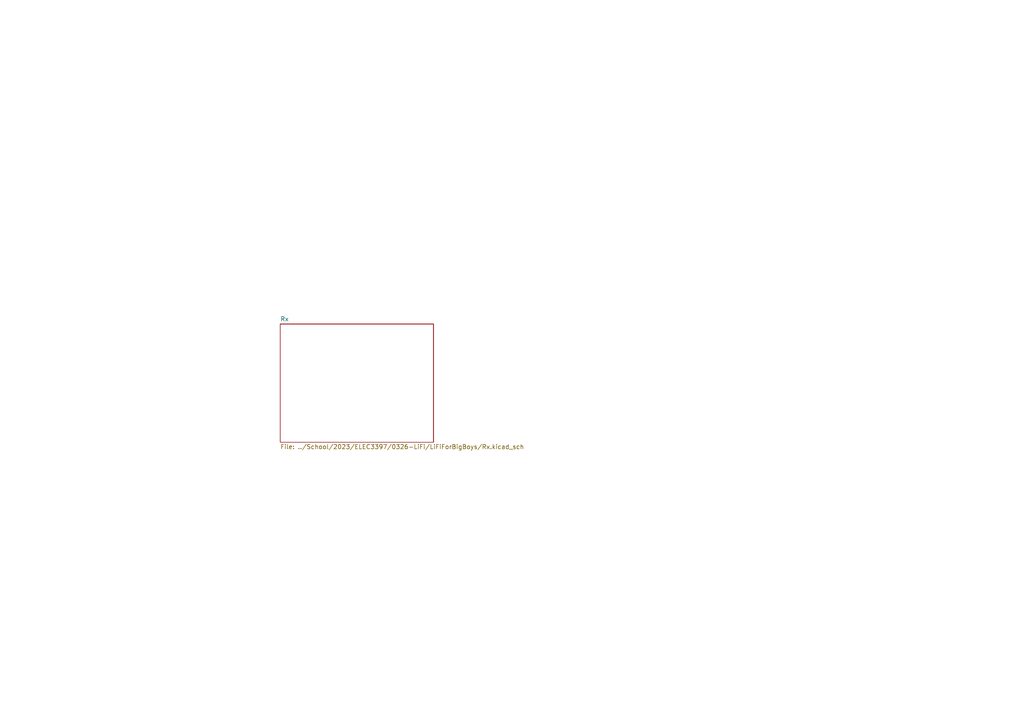
<source format=kicad_sch>
(kicad_sch (version 20211123) (generator eeschema)

  (uuid d2f0f152-3ce1-4938-b5c5-265fc9a09682)

  (paper "A4")

  (lib_symbols
  )


  (sheet (at 81.28 93.98) (size 44.45 34.29) (fields_autoplaced)
    (stroke (width 0.1524) (type solid) (color 0 0 0 0))
    (fill (color 0 0 0 0.0000))
    (uuid 672dd101-4e12-4222-8a74-6eb310f98356)
    (property "Sheet name" "Rx" (id 0) (at 81.28 93.2684 0)
      (effects (font (size 1.27 1.27)) (justify left bottom))
    )
    (property "Sheet file" "../School/2023/ELEC3397/0326-LiFi/LiFiForBigBoys/Rx.kicad_sch" (id 1) (at 81.28 128.8546 0)
      (effects (font (size 1.27 1.27)) (justify left top))
    )
  )

  (sheet_instances
    (path "/" (page "1"))
    (path "/672dd101-4e12-4222-8a74-6eb310f98356" (page "2"))
  )

  (symbol_instances
    (path "/672dd101-4e12-4222-8a74-6eb310f98356/bd8708c6-3dd2-47e5-a4df-d59058d864d6"
      (reference "#PWR01") (unit 1) (value "GND0") (footprint "")
    )
    (path "/672dd101-4e12-4222-8a74-6eb310f98356/a187a73f-0b51-4bb5-b250-d46d410c35fd"
      (reference "#PWR02") (unit 1) (value "GND1") (footprint "")
    )
    (path "/672dd101-4e12-4222-8a74-6eb310f98356/58a24c74-afae-4b8b-8c6a-1962c5faf51b"
      (reference "#PWR03") (unit 1) (value "GND1") (footprint "")
    )
    (path "/672dd101-4e12-4222-8a74-6eb310f98356/1a108117-7476-4657-87ee-6eac5d0dd50a"
      (reference "#PWR04") (unit 1) (value "GND0") (footprint "")
    )
    (path "/672dd101-4e12-4222-8a74-6eb310f98356/d8d32d69-04e0-4a1e-a74d-3862b3af8f63"
      (reference "#PWR05") (unit 1) (value "GND0") (footprint "")
    )
    (path "/672dd101-4e12-4222-8a74-6eb310f98356/245ae657-8fce-4eaf-a135-660f15881119"
      (reference "#PWR06") (unit 1) (value "GND0") (footprint "")
    )
    (path "/672dd101-4e12-4222-8a74-6eb310f98356/0b4251f7-9ec5-4bff-b4ea-ef803fd0e6a2"
      (reference "#PWR07") (unit 1) (value "GND1") (footprint "")
    )
    (path "/672dd101-4e12-4222-8a74-6eb310f98356/65035ef6-d604-4166-bbfb-5199d4a5727c"
      (reference "#PWR08") (unit 1) (value "GND1") (footprint "")
    )
    (path "/672dd101-4e12-4222-8a74-6eb310f98356/1c51e656-5273-472c-b6ea-033b3568eaba"
      (reference "#PWR09") (unit 1) (value "GND0") (footprint "")
    )
    (path "/672dd101-4e12-4222-8a74-6eb310f98356/ca015545-5c24-4bca-a1d6-82e4865f61bd"
      (reference "#PWR010") (unit 1) (value "GND1") (footprint "")
    )
    (path "/672dd101-4e12-4222-8a74-6eb310f98356/5d31b1a0-a209-4237-be3c-8b4faa040e36"
      (reference "#PWR011") (unit 1) (value "GND0") (footprint "")
    )
    (path "/672dd101-4e12-4222-8a74-6eb310f98356/1f72bdae-2de7-4948-9ccd-74c8826a0a24"
      (reference "#PWR012") (unit 1) (value "GND1") (footprint "")
    )
    (path "/672dd101-4e12-4222-8a74-6eb310f98356/b25d2efe-5f95-49bd-939f-6c18b989bab9"
      (reference "#PWR013") (unit 1) (value "GND0") (footprint "")
    )
    (path "/672dd101-4e12-4222-8a74-6eb310f98356/2cb1ff34-5693-4f9d-854b-ece54712a20c"
      (reference "#PWR014") (unit 1) (value "GND1") (footprint "")
    )
    (path "/672dd101-4e12-4222-8a74-6eb310f98356/b845b104-0bdf-46b0-9b05-77ce958119d7"
      (reference "#PWR015") (unit 1) (value "+5V0") (footprint "")
    )
    (path "/672dd101-4e12-4222-8a74-6eb310f98356/ddbd5eb1-c920-44ce-9a42-7c37d642dfdc"
      (reference "#PWR016") (unit 1) (value "GND0") (footprint "")
    )
    (path "/672dd101-4e12-4222-8a74-6eb310f98356/93fa3ffc-d6e7-42de-840b-6aca48ec7ae7"
      (reference "#PWR017") (unit 1) (value "+5V1") (footprint "")
    )
    (path "/672dd101-4e12-4222-8a74-6eb310f98356/e470bf6b-9650-4d97-aebf-1070dc213caf"
      (reference "#PWR018") (unit 1) (value "GND1") (footprint "")
    )
    (path "/672dd101-4e12-4222-8a74-6eb310f98356/bff48c72-551a-4e4a-b40e-90b3ed23b724"
      (reference "#PWR019") (unit 1) (value "+5V0") (footprint "")
    )
    (path "/672dd101-4e12-4222-8a74-6eb310f98356/741d7c6a-f10f-423f-a0e9-182725bc09cf"
      (reference "#PWR020") (unit 1) (value "+5V1") (footprint "")
    )
    (path "/672dd101-4e12-4222-8a74-6eb310f98356/ba4d20fe-6d6e-4586-9d2b-f8948019cc60"
      (reference "#PWR021") (unit 1) (value "GND0") (footprint "")
    )
    (path "/672dd101-4e12-4222-8a74-6eb310f98356/b4a517cb-eb1a-4797-9128-f0b3ee392f2a"
      (reference "#PWR022") (unit 1) (value "GND1") (footprint "")
    )
    (path "/672dd101-4e12-4222-8a74-6eb310f98356/6a8b76d9-392f-4a8a-a4df-7f3ccc8d9c99"
      (reference "#PWR023") (unit 1) (value "GND0") (footprint "")
    )
    (path "/672dd101-4e12-4222-8a74-6eb310f98356/14c11092-2108-494a-a6c6-f29226edc147"
      (reference "#PWR024") (unit 1) (value "GND1") (footprint "")
    )
    (path "/672dd101-4e12-4222-8a74-6eb310f98356/d60253c5-7ba4-4ae6-9992-21599cfdb809"
      (reference "#PWR025") (unit 1) (value "GND0") (footprint "")
    )
    (path "/672dd101-4e12-4222-8a74-6eb310f98356/2c2e9c6f-82c6-4822-ad26-2aaa560febea"
      (reference "#PWR026") (unit 1) (value "GND1") (footprint "")
    )
    (path "/672dd101-4e12-4222-8a74-6eb310f98356/1bbc6dab-8302-4bb8-bd2d-4ebfe4d13862"
      (reference "#PWR027") (unit 1) (value "GND0") (footprint "")
    )
    (path "/672dd101-4e12-4222-8a74-6eb310f98356/d80b6b14-ef96-4898-82f9-b6ac7c5e0560"
      (reference "#PWR028") (unit 1) (value "GND1") (footprint "")
    )
    (path "/672dd101-4e12-4222-8a74-6eb310f98356/3306add0-9e16-4b64-8a4c-0d998c175050"
      (reference "#PWR029") (unit 1) (value "+5V0") (footprint "")
    )
    (path "/672dd101-4e12-4222-8a74-6eb310f98356/8d473a68-b978-4626-9808-f205e5d0df3e"
      (reference "#PWR030") (unit 1) (value "+5V1") (footprint "")
    )
    (path "/672dd101-4e12-4222-8a74-6eb310f98356/ad6d855f-03fd-4dd7-af0e-28d5cba1d469"
      (reference "#PWR031") (unit 1) (value "GND0") (footprint "")
    )
    (path "/672dd101-4e12-4222-8a74-6eb310f98356/17d8729d-3224-4d82-ac49-2a42ad5cb6c1"
      (reference "#PWR032") (unit 1) (value "GND1") (footprint "")
    )
    (path "/672dd101-4e12-4222-8a74-6eb310f98356/d9d8e3b8-75af-4a4b-a12e-38fca35f05fb"
      (reference "#PWR033") (unit 1) (value "GND0") (footprint "")
    )
    (path "/672dd101-4e12-4222-8a74-6eb310f98356/09fb4c71-cdb8-429f-8073-9a4f2a257fa6"
      (reference "#PWR034") (unit 1) (value "GND1") (footprint "")
    )
    (path "/672dd101-4e12-4222-8a74-6eb310f98356/c1def77a-54ad-404a-b7cb-1526e4048e7d"
      (reference "#PWR035") (unit 1) (value "GND0") (footprint "")
    )
    (path "/672dd101-4e12-4222-8a74-6eb310f98356/2569aaa3-d1f8-4072-ab52-120eea64f040"
      (reference "#PWR036") (unit 1) (value "GND1") (footprint "")
    )
    (path "/672dd101-4e12-4222-8a74-6eb310f98356/ffd5a03c-b6dd-4a35-b6ea-58672552b469"
      (reference "#PWR037") (unit 1) (value "GND0") (footprint "")
    )
    (path "/672dd101-4e12-4222-8a74-6eb310f98356/e1e2f3e2-53f2-45d5-af46-2d494982a8fa"
      (reference "#PWR038") (unit 1) (value "GND1") (footprint "")
    )
    (path "/672dd101-4e12-4222-8a74-6eb310f98356/63d2262f-c474-4e45-87ba-de5b5b5c77d0"
      (reference "#PWR039") (unit 1) (value "+5V0") (footprint "")
    )
    (path "/672dd101-4e12-4222-8a74-6eb310f98356/cc9efa41-cadd-4ae5-b96d-32cb4f2546cc"
      (reference "#PWR040") (unit 1) (value "GND0") (footprint "")
    )
    (path "/672dd101-4e12-4222-8a74-6eb310f98356/c157720e-54c2-4112-a379-54e272042a11"
      (reference "#PWR041") (unit 1) (value "+5V1") (footprint "")
    )
    (path "/672dd101-4e12-4222-8a74-6eb310f98356/8f1bc50c-17fb-4f37-92b7-f12223609646"
      (reference "#PWR042") (unit 1) (value "GND1") (footprint "")
    )
    (path "/672dd101-4e12-4222-8a74-6eb310f98356/1bfa76d4-5b42-48bc-a567-87ddf017421d"
      (reference "#PWR043") (unit 1) (value "+5V0") (footprint "")
    )
    (path "/672dd101-4e12-4222-8a74-6eb310f98356/4ac0d795-ce2e-4c35-8a2e-1a213f69952a"
      (reference "#PWR044") (unit 1) (value "GND0") (footprint "")
    )
    (path "/672dd101-4e12-4222-8a74-6eb310f98356/e8f2e4d1-9db7-4705-ad11-d8a04ba1e0ec"
      (reference "#PWR045") (unit 1) (value "+5V1") (footprint "")
    )
    (path "/672dd101-4e12-4222-8a74-6eb310f98356/fbe1b7c2-a434-4dbd-ac35-56df38ff0170"
      (reference "#PWR046") (unit 1) (value "GND1") (footprint "")
    )
    (path "/672dd101-4e12-4222-8a74-6eb310f98356/f86fca5d-2422-4b0b-b84f-31a34d71df31"
      (reference "#PWR047") (unit 1) (value "+5V0") (footprint "")
    )
    (path "/672dd101-4e12-4222-8a74-6eb310f98356/e34fbb4f-7ff3-4126-b69a-ff0e4bf460fb"
      (reference "#PWR048") (unit 1) (value "GND0") (footprint "")
    )
    (path "/672dd101-4e12-4222-8a74-6eb310f98356/22105913-4e77-4015-96aa-9df81b1c86e4"
      (reference "#PWR049") (unit 1) (value "+5V0") (footprint "")
    )
    (path "/672dd101-4e12-4222-8a74-6eb310f98356/6a4b36e2-8845-4e77-af94-9d498f622057"
      (reference "#PWR050") (unit 1) (value "GND0") (footprint "")
    )
    (path "/672dd101-4e12-4222-8a74-6eb310f98356/51d56ab7-f627-42df-bde3-ea6262266535"
      (reference "#PWR051") (unit 1) (value "+5V1") (footprint "")
    )
    (path "/672dd101-4e12-4222-8a74-6eb310f98356/5c9051b0-06d0-4da9-8491-bc5570244e6c"
      (reference "#PWR052") (unit 1) (value "GND1") (footprint "")
    )
    (path "/672dd101-4e12-4222-8a74-6eb310f98356/2f4ee52a-46b0-4e2e-ad08-2545b98816f8"
      (reference "#PWR053") (unit 1) (value "GND0") (footprint "")
    )
    (path "/672dd101-4e12-4222-8a74-6eb310f98356/94e10084-12f1-4030-b5a5-00d24bab7122"
      (reference "#PWR054") (unit 1) (value "+5V0") (footprint "")
    )
    (path "/672dd101-4e12-4222-8a74-6eb310f98356/335369c9-270a-4ce8-80a1-2a84c4d848d5"
      (reference "#PWR055") (unit 1) (value "GND0") (footprint "")
    )
    (path "/672dd101-4e12-4222-8a74-6eb310f98356/5fcee8c0-1dde-4076-84b7-79fd7ba4f928"
      (reference "#PWR056") (unit 1) (value "+5V0") (footprint "")
    )
    (path "/672dd101-4e12-4222-8a74-6eb310f98356/08927133-2c7d-444c-8e96-b5ba37d742a8"
      (reference "#PWR057") (unit 1) (value "GND0") (footprint "")
    )
    (path "/672dd101-4e12-4222-8a74-6eb310f98356/754e990e-1f66-4ebb-9181-3ecfdecff753"
      (reference "#PWR058") (unit 1) (value "GND1") (footprint "")
    )
    (path "/672dd101-4e12-4222-8a74-6eb310f98356/61dce3ff-d8fb-44dd-b895-3aa9eede7bef"
      (reference "#PWR059") (unit 1) (value "GND0") (footprint "")
    )
    (path "/672dd101-4e12-4222-8a74-6eb310f98356/c8b94353-a2c8-4acc-8e7e-5ad30121b075"
      (reference "#PWR060") (unit 1) (value "+5V1") (footprint "")
    )
    (path "/672dd101-4e12-4222-8a74-6eb310f98356/0fbda988-9bdc-428f-b5ff-92e1553e1594"
      (reference "#PWR061") (unit 1) (value "GND1") (footprint "")
    )
    (path "/672dd101-4e12-4222-8a74-6eb310f98356/3edecf12-e82f-49ba-9adb-01d256a31e02"
      (reference "#PWR062") (unit 1) (value "GND1") (footprint "")
    )
    (path "/672dd101-4e12-4222-8a74-6eb310f98356/c13bb059-2f44-463f-8786-616668bdfb40"
      (reference "#PWR063") (unit 1) (value "+5V0") (footprint "")
    )
    (path "/672dd101-4e12-4222-8a74-6eb310f98356/c320e926-22f9-4108-a0c5-7e7ba3f5c3e8"
      (reference "#PWR064") (unit 1) (value "GND0") (footprint "")
    )
    (path "/672dd101-4e12-4222-8a74-6eb310f98356/e27cbbb6-c46d-4457-8ebc-0bd6176de9b5"
      (reference "#PWR065") (unit 1) (value "GND1") (footprint "")
    )
    (path "/672dd101-4e12-4222-8a74-6eb310f98356/37f98189-ee91-482f-8c9b-d61a34936b59"
      (reference "#PWR066") (unit 1) (value "+5V1") (footprint "")
    )
    (path "/672dd101-4e12-4222-8a74-6eb310f98356/f75af7cf-41ea-4022-9ad8-c48880a5edff"
      (reference "C1") (unit 1) (value "10µF") (footprint "")
    )
    (path "/672dd101-4e12-4222-8a74-6eb310f98356/3e7dfc7a-f83b-424d-a8fb-500accee151d"
      (reference "C2") (unit 1) (value "10µF") (footprint "")
    )
    (path "/672dd101-4e12-4222-8a74-6eb310f98356/af9a7193-56e8-4fe8-bec1-4d1c8c6dc0c5"
      (reference "C3") (unit 1) (value "100nF") (footprint "")
    )
    (path "/672dd101-4e12-4222-8a74-6eb310f98356/47553869-1438-485f-9874-fc0ef2ffb1c0"
      (reference "C4") (unit 1) (value "100nF") (footprint "")
    )
    (path "/672dd101-4e12-4222-8a74-6eb310f98356/792a7644-2453-498e-ae3e-97664d6896da"
      (reference "C5") (unit 1) (value "1µF") (footprint "")
    )
    (path "/672dd101-4e12-4222-8a74-6eb310f98356/bece4c61-0b19-4b3f-b4c7-318f4736fb01"
      (reference "C6") (unit 1) (value "1µF") (footprint "")
    )
    (path "/672dd101-4e12-4222-8a74-6eb310f98356/4011d4ba-3e44-4465-919e-c26d38a4de35"
      (reference "C7") (unit 1) (value "10µF") (footprint "")
    )
    (path "/672dd101-4e12-4222-8a74-6eb310f98356/5c89586d-1d36-4b16-b2bb-b4643ff0e4ca"
      (reference "C8") (unit 1) (value "10µF") (footprint "")
    )
    (path "/672dd101-4e12-4222-8a74-6eb310f98356/5bdb30e2-76e9-4abb-9197-009d3c7a9701"
      (reference "C9") (unit 1) (value "1pF") (footprint "")
    )
    (path "/672dd101-4e12-4222-8a74-6eb310f98356/e6112758-6b81-485b-a7ae-50739d48ffec"
      (reference "C10") (unit 1) (value "1pF") (footprint "")
    )
    (path "/672dd101-4e12-4222-8a74-6eb310f98356/819e3201-8584-467d-81c1-fae04176ccaf"
      (reference "C11") (unit 1) (value "100nF") (footprint "")
    )
    (path "/672dd101-4e12-4222-8a74-6eb310f98356/0f7f0de2-e7bf-409e-b47a-db45a7bf135f"
      (reference "C12") (unit 1) (value "100nF") (footprint "")
    )
    (path "/672dd101-4e12-4222-8a74-6eb310f98356/815fb707-de86-4372-8e4f-bb79413cd1bc"
      (reference "C13") (unit 1) (value "10µF") (footprint "")
    )
    (path "/672dd101-4e12-4222-8a74-6eb310f98356/164bef1e-b35b-4ced-916a-30bd54aed607"
      (reference "C14") (unit 1) (value "10µF") (footprint "")
    )
    (path "/672dd101-4e12-4222-8a74-6eb310f98356/953f0a7b-102f-453e-99c1-209c78da003d"
      (reference "C15") (unit 1) (value "100pF") (footprint "")
    )
    (path "/672dd101-4e12-4222-8a74-6eb310f98356/26f592cc-ed06-4dad-95aa-7283e822aeda"
      (reference "C16") (unit 1) (value "100pF") (footprint "")
    )
    (path "/672dd101-4e12-4222-8a74-6eb310f98356/471a9c2a-6f88-4b94-813d-64ed7852dce0"
      (reference "C17") (unit 1) (value "1µF") (footprint "")
    )
    (path "/672dd101-4e12-4222-8a74-6eb310f98356/fb4d50b4-6b68-463a-9504-44e69cf3c9b9"
      (reference "C18") (unit 1) (value "1µF") (footprint "")
    )
    (path "/672dd101-4e12-4222-8a74-6eb310f98356/026d78af-ce71-408e-896b-ca15cde33207"
      (reference "C19") (unit 1) (value "10µF") (footprint "")
    )
    (path "/672dd101-4e12-4222-8a74-6eb310f98356/121e4dbc-e6c4-49ab-bb58-4523d959a1f3"
      (reference "C20") (unit 1) (value "10µF") (footprint "")
    )
    (path "/672dd101-4e12-4222-8a74-6eb310f98356/8e04f565-a82d-4dda-ab65-ca3c48fa6321"
      (reference "C21") (unit 1) (value "1µF") (footprint "")
    )
    (path "/672dd101-4e12-4222-8a74-6eb310f98356/03ad71c2-52d1-43f3-9189-5ee06a843ffd"
      (reference "C22") (unit 1) (value "1µF") (footprint "")
    )
    (path "/672dd101-4e12-4222-8a74-6eb310f98356/e74f7a8c-9def-493d-969e-88798db1ea7d"
      (reference "C23") (unit 1) (value "2.2µF") (footprint "")
    )
    (path "/672dd101-4e12-4222-8a74-6eb310f98356/0086e706-1d3b-4b47-a82e-25f91416938a"
      (reference "C24") (unit 1) (value "2.2µF") (footprint "")
    )
    (path "/672dd101-4e12-4222-8a74-6eb310f98356/286e2eeb-0d24-4079-b3cd-6b3b5e442aa2"
      (reference "C25") (unit 1) (value "100nF") (footprint "")
    )
    (path "/672dd101-4e12-4222-8a74-6eb310f98356/48d12f63-e622-4d2a-8dd3-87827f0024c9"
      (reference "C26") (unit 1) (value "100nF") (footprint "")
    )
    (path "/672dd101-4e12-4222-8a74-6eb310f98356/59bd2321-666e-46ef-abfd-4e2e2fc04632"
      (reference "C27") (unit 1) (value "1nF") (footprint "")
    )
    (path "/672dd101-4e12-4222-8a74-6eb310f98356/9ea334eb-89b1-401f-8e7e-97c235889072"
      (reference "C28") (unit 1) (value "1nF") (footprint "")
    )
    (path "/672dd101-4e12-4222-8a74-6eb310f98356/e179211d-e9a0-408f-9733-89f7df669793"
      (reference "C29") (unit 1) (value "100nF") (footprint "")
    )
    (path "/672dd101-4e12-4222-8a74-6eb310f98356/58629616-3ca6-4188-a74e-ffa29be05f2a"
      (reference "C30") (unit 1) (value "1µF") (footprint "")
    )
    (path "/672dd101-4e12-4222-8a74-6eb310f98356/0c964eea-14db-4e52-955c-0f51599e8b68"
      (reference "C31") (unit 1) (value "100nF") (footprint "")
    )
    (path "/672dd101-4e12-4222-8a74-6eb310f98356/a7d00ffe-e501-4a35-85fc-54b0d7e8c3a2"
      (reference "C32") (unit 1) (value "1µF") (footprint "")
    )
    (path "/672dd101-4e12-4222-8a74-6eb310f98356/d59519d6-b032-4f46-9cb8-490df2d2b646"
      (reference "D1") (unit 1) (value "1N4001") (footprint "Diode_THT:D_DO-41_SOD81_P10.16mm_Horizontal")
    )
    (path "/672dd101-4e12-4222-8a74-6eb310f98356/cc763984-a851-46af-8085-b7674747992e"
      (reference "D2") (unit 1) (value "SFH_213") (footprint "XDCR_SFH_213")
    )
    (path "/672dd101-4e12-4222-8a74-6eb310f98356/80baa51b-4362-4a57-9dc8-85aea4ef0ee7"
      (reference "D3") (unit 1) (value "SFH_213") (footprint "XDCR_SFH_213")
    )
    (path "/672dd101-4e12-4222-8a74-6eb310f98356/b75cf5ab-1d45-4271-a659-05e50ad32d7b"
      (reference "D4") (unit 1) (value "LED") (footprint "")
    )
    (path "/672dd101-4e12-4222-8a74-6eb310f98356/464c4f29-bda0-4929-9c50-9a6a523183cd"
      (reference "D5") (unit 1) (value "LED") (footprint "")
    )
    (path "/672dd101-4e12-4222-8a74-6eb310f98356/07dec8ff-2570-4521-a488-06b2818af191"
      (reference "D6") (unit 1) (value "LED") (footprint "")
    )
    (path "/672dd101-4e12-4222-8a74-6eb310f98356/899f1380-7ef6-435b-8b51-d88df33bc85a"
      (reference "D7") (unit 1) (value "LED") (footprint "")
    )
    (path "/672dd101-4e12-4222-8a74-6eb310f98356/78ade747-11fe-4fef-94dc-23fa43d2b236"
      (reference "D8") (unit 1) (value "LED") (footprint "")
    )
    (path "/672dd101-4e12-4222-8a74-6eb310f98356/5f95c557-6b38-4d4b-a2c3-cd320b705b97"
      (reference "J1") (unit 1) (value "Conn_01x02_Male") (footprint "")
    )
    (path "/672dd101-4e12-4222-8a74-6eb310f98356/ac008199-3f54-4051-a08b-e37b5ac2bf60"
      (reference "J2") (unit 1) (value "I2C_OLED") (footprint "XCVR_HC-SR04")
    )
    (path "/672dd101-4e12-4222-8a74-6eb310f98356/6444ba4c-3efe-4477-a73f-d3d3ebe1a4b0"
      (reference "J3") (unit 1) (value "I2C_OLED") (footprint "XCVR_HC-SR04")
    )
    (path "/672dd101-4e12-4222-8a74-6eb310f98356/ed36d7ae-bfb2-49b0-a8a9-91d1c4ec1504"
      (reference "Q1") (unit 1) (value "2N7000") (footprint "Package_TO_SOT_THT:TO-92_Inline")
    )
    (path "/672dd101-4e12-4222-8a74-6eb310f98356/413cf8da-55d2-47ff-9f8a-ed9cdd84f499"
      (reference "Q2") (unit 1) (value "2N7000") (footprint "Package_TO_SOT_THT:TO-92_Inline")
    )
    (path "/672dd101-4e12-4222-8a74-6eb310f98356/ef5148c8-e74f-4200-9ace-a6c7208660db"
      (reference "R1") (unit 1) (value "820Ω") (footprint "")
    )
    (path "/672dd101-4e12-4222-8a74-6eb310f98356/e179fa06-fd9a-4eb1-8670-b089c40003eb"
      (reference "R2") (unit 1) (value "820Ω") (footprint "")
    )
    (path "/672dd101-4e12-4222-8a74-6eb310f98356/a5946b44-8af4-4d80-b29d-ff66239c9872"
      (reference "R3") (unit 1) (value "18kΩ") (footprint "")
    )
    (path "/672dd101-4e12-4222-8a74-6eb310f98356/8bf74c3f-3a2a-487c-81b7-817ade41fdf7"
      (reference "R4") (unit 1) (value "18kΩ") (footprint "")
    )
    (path "/672dd101-4e12-4222-8a74-6eb310f98356/c12a861e-275f-4fca-9bbc-f08ede9ae722"
      (reference "R5") (unit 1) (value "220kΩ") (footprint "")
    )
    (path "/672dd101-4e12-4222-8a74-6eb310f98356/f831a875-0333-4079-b559-ca4fc186f402"
      (reference "R6") (unit 1) (value "1MΩ") (footprint "")
    )
    (path "/672dd101-4e12-4222-8a74-6eb310f98356/bef1c3a5-a22e-41fd-aa20-7ded86be04f6"
      (reference "R7") (unit 1) (value "500kΩ") (footprint "")
    )
    (path "/672dd101-4e12-4222-8a74-6eb310f98356/d99de267-a5a3-4d0c-aa90-8195dc5d0086"
      (reference "R8") (unit 1) (value "220kΩ") (footprint "")
    )
    (path "/672dd101-4e12-4222-8a74-6eb310f98356/3e1d4220-3660-4dd4-be0a-7013bc1f45e1"
      (reference "R9") (unit 1) (value "1MΩ") (footprint "")
    )
    (path "/672dd101-4e12-4222-8a74-6eb310f98356/19fa37f3-d7e5-4b99-a65d-45f907481a1f"
      (reference "R10") (unit 1) (value "500kΩ") (footprint "")
    )
    (path "/672dd101-4e12-4222-8a74-6eb310f98356/4fbeeefa-745a-422d-b4a3-a048333797be"
      (reference "R11") (unit 1) (value "5.6kΩ") (footprint "")
    )
    (path "/672dd101-4e12-4222-8a74-6eb310f98356/e10663dd-155f-44a6-8a96-b73c589c0909"
      (reference "R12") (unit 1) (value "5.6kΩ") (footprint "")
    )
    (path "/672dd101-4e12-4222-8a74-6eb310f98356/a228ade5-aef4-4550-a23f-21e4ad4bfeb2"
      (reference "R13") (unit 1) (value "470Ω") (footprint "")
    )
    (path "/672dd101-4e12-4222-8a74-6eb310f98356/641c049a-3c56-4606-bc1b-2d56252cb13f"
      (reference "R14") (unit 1) (value "470Ω") (footprint "")
    )
    (path "/672dd101-4e12-4222-8a74-6eb310f98356/f93f8835-df85-4159-9868-19b13587aa48"
      (reference "R15") (unit 1) (value "220Ω") (footprint "")
    )
    (path "/672dd101-4e12-4222-8a74-6eb310f98356/5dc2d3ba-3872-463d-a25b-c2795bf4604d"
      (reference "R16") (unit 1) (value "220Ω") (footprint "")
    )
    (path "/672dd101-4e12-4222-8a74-6eb310f98356/4d11c24b-f658-451a-a7b0-577c59221fa8"
      (reference "R17") (unit 1) (value "1kΩ") (footprint "")
    )
    (path "/672dd101-4e12-4222-8a74-6eb310f98356/8544bd5d-4eac-4ceb-9340-1f5602d494d0"
      (reference "R18") (unit 1) (value "330Ω") (footprint "")
    )
    (path "/672dd101-4e12-4222-8a74-6eb310f98356/d465d511-d19b-43b8-ba3f-1b842c315ce9"
      (reference "R19") (unit 1) (value "1kΩ") (footprint "")
    )
    (path "/672dd101-4e12-4222-8a74-6eb310f98356/c7736a0e-7a96-4b23-b7f1-e1f88dbf406c"
      (reference "R20") (unit 1) (value "330Ω") (footprint "")
    )
    (path "/672dd101-4e12-4222-8a74-6eb310f98356/e8c62d8f-dbad-4908-a939-b4c3ae7aa052"
      (reference "R21") (unit 1) (value "100Ω") (footprint "")
    )
    (path "/672dd101-4e12-4222-8a74-6eb310f98356/c42677ca-20c1-4fa0-b1fa-eec13157f08f"
      (reference "R22") (unit 1) (value "100Ω") (footprint "")
    )
    (path "/672dd101-4e12-4222-8a74-6eb310f98356/006a82a3-4743-43f1-8699-e18d7bcd36d3"
      (reference "R23") (unit 1) (value "1MΩ") (footprint "")
    )
    (path "/672dd101-4e12-4222-8a74-6eb310f98356/e7a510c5-97c1-4003-bc83-39c44509918e"
      (reference "R24") (unit 1) (value "1MΩ") (footprint "")
    )
    (path "/672dd101-4e12-4222-8a74-6eb310f98356/3d8d1f1b-40a2-446d-a3a6-91868c997d60"
      (reference "R25") (unit 1) (value "1MΩ") (footprint "")
    )
    (path "/672dd101-4e12-4222-8a74-6eb310f98356/1004bb2b-2730-48ad-9e68-ead45e571444"
      (reference "R26") (unit 1) (value "1MΩ") (footprint "")
    )
    (path "/672dd101-4e12-4222-8a74-6eb310f98356/8c61bb3c-2720-47c5-98b5-5bde5c427cda"
      (reference "R27") (unit 1) (value "100Ω") (footprint "")
    )
    (path "/672dd101-4e12-4222-8a74-6eb310f98356/0e3979a4-85f4-4c8d-a4d4-2ddb6db84189"
      (reference "R28") (unit 1) (value "100Ω") (footprint "")
    )
    (path "/672dd101-4e12-4222-8a74-6eb310f98356/96cbeb60-1247-4761-a853-361d873b540d"
      (reference "R29") (unit 1) (value "390Ω") (footprint "")
    )
    (path "/672dd101-4e12-4222-8a74-6eb310f98356/eeaf976a-a1da-45da-a104-95010b871da8"
      (reference "R30") (unit 1) (value "390Ω") (footprint "")
    )
    (path "/672dd101-4e12-4222-8a74-6eb310f98356/9ad3c672-bfaf-4c55-885f-0100b996ba6f"
      (reference "R31") (unit 1) (value "1MΩ") (footprint "")
    )
    (path "/672dd101-4e12-4222-8a74-6eb310f98356/119f27fe-e9f3-4ec7-8063-e276d7dfb35c"
      (reference "R32") (unit 1) (value "1MΩ") (footprint "")
    )
    (path "/672dd101-4e12-4222-8a74-6eb310f98356/6053768a-276b-43b4-a05c-ed73bc28e31d"
      (reference "R33") (unit 1) (value "1MΩ") (footprint "")
    )
    (path "/672dd101-4e12-4222-8a74-6eb310f98356/99e4c9f6-e82f-42dc-82b7-cb6bdbd0455e"
      (reference "R34") (unit 1) (value "1MΩ") (footprint "")
    )
    (path "/672dd101-4e12-4222-8a74-6eb310f98356/279d5dba-b4a2-4c42-ac33-c3d2dfead256"
      (reference "R35") (unit 1) (value "10kΩ") (footprint "")
    )
    (path "/672dd101-4e12-4222-8a74-6eb310f98356/dfe9af98-061e-49f6-afa9-1065bf9cb33b"
      (reference "R36") (unit 1) (value "10kΩ") (footprint "")
    )
    (path "/672dd101-4e12-4222-8a74-6eb310f98356/ff262e52-7d0a-4e88-a501-d36269dc38f4"
      (reference "R37") (unit 1) (value "10Ω") (footprint "")
    )
    (path "/672dd101-4e12-4222-8a74-6eb310f98356/11e33818-0c22-40ac-a84d-d6022c214696"
      (reference "R38") (unit 1) (value "47Ω") (footprint "")
    )
    (path "/672dd101-4e12-4222-8a74-6eb310f98356/b06b9a4d-7989-4410-90f5-a018b7bc035f"
      (reference "R39") (unit 1) (value "150Ω") (footprint "")
    )
    (path "/672dd101-4e12-4222-8a74-6eb310f98356/0429b5fa-c667-42e2-aa00-4c73a5701d75"
      (reference "R40") (unit 1) (value "10Ω") (footprint "")
    )
    (path "/672dd101-4e12-4222-8a74-6eb310f98356/0f918bfa-c926-437e-966b-fa0eb2ff3882"
      (reference "R41") (unit 1) (value "10kΩ") (footprint "")
    )
    (path "/672dd101-4e12-4222-8a74-6eb310f98356/f64609b9-7351-4f95-80e9-387fb02b1c1e"
      (reference "R42") (unit 1) (value "47Ω") (footprint "")
    )
    (path "/672dd101-4e12-4222-8a74-6eb310f98356/8ff5afbd-c16c-4401-9986-656694727774"
      (reference "R43") (unit 1) (value "10kΩ") (footprint "")
    )
    (path "/672dd101-4e12-4222-8a74-6eb310f98356/fb73f9d9-5cf2-4615-9d55-51443a17d232"
      (reference "R44") (unit 1) (value "150Ω") (footprint "")
    )
    (path "/672dd101-4e12-4222-8a74-6eb310f98356/45b2ed75-922c-44ad-b890-9575ea2cfbfe"
      (reference "R45") (unit 1) (value "10kΩ") (footprint "")
    )
    (path "/672dd101-4e12-4222-8a74-6eb310f98356/e8825e9a-0ec4-44f7-8014-c16026e67bd9"
      (reference "R46") (unit 1) (value "10kΩ") (footprint "")
    )
    (path "/672dd101-4e12-4222-8a74-6eb310f98356/72ab3035-a97c-46db-8ba7-e734ad5d548b"
      (reference "R47") (unit 1) (value "NSL-5112") (footprint "")
    )
    (path "/672dd101-4e12-4222-8a74-6eb310f98356/4346c25f-8de0-4cde-b099-830b9adfc261"
      (reference "R48") (unit 1) (value "470Ω") (footprint "")
    )
    (path "/672dd101-4e12-4222-8a74-6eb310f98356/710ecacd-962c-4e9f-97f3-e7d7c9c84ca4"
      (reference "RV1") (unit 1) (value "10kΩ") (footprint "")
    )
    (path "/672dd101-4e12-4222-8a74-6eb310f98356/d767e0b2-625c-4f55-93ab-dee31fb3d0f3"
      (reference "SW1") (unit 1) (value "SW_DPDT") (footprint "")
    )
    (path "/672dd101-4e12-4222-8a74-6eb310f98356/a959e844-c75c-4feb-b1d2-dffc9803f9e4"
      (reference "SW1") (unit 2) (value "SW_DPDT") (footprint "")
    )
    (path "/672dd101-4e12-4222-8a74-6eb310f98356/cc5e1da7-f305-43df-809f-92f98a855f28"
      (reference "SW2") (unit 1) (value "NO") (footprint "")
    )
    (path "/672dd101-4e12-4222-8a74-6eb310f98356/4a9dc8a0-6116-4aa7-bde8-9033a1fb67ec"
      (reference "TB0") (unit 1) (value "NANO") (footprint "SHIELD_ARDUINO_NANO")
    )
    (path "/672dd101-4e12-4222-8a74-6eb310f98356/5b0c6edd-df0b-40c4-a606-4f564c84638b"
      (reference "TB1") (unit 1) (value "NANO") (footprint "SHIELD_ARDUINO_NANO")
    )
    (path "/672dd101-4e12-4222-8a74-6eb310f98356/20c9d064-8d24-4c25-9ee8-4037c8190942"
      (reference "U1") (unit 1) (value "TLV3502") (footprint "")
    )
    (path "/672dd101-4e12-4222-8a74-6eb310f98356/a1f34ee6-caa5-47fb-8715-695352867eeb"
      (reference "U1") (unit 2) (value "TLV3502") (footprint "")
    )
    (path "/672dd101-4e12-4222-8a74-6eb310f98356/76653a9a-ce80-4a4c-b428-364f353c52c9"
      (reference "U2") (unit 1) (value "TLV3502") (footprint "")
    )
    (path "/672dd101-4e12-4222-8a74-6eb310f98356/3d924c03-2a86-4800-aeef-c1b32e7c0450"
      (reference "U2") (unit 2) (value "TLV3502") (footprint "")
    )
    (path "/672dd101-4e12-4222-8a74-6eb310f98356/1a00e69a-7632-40f3-813f-986cf0afc83c"
      (reference "U3") (unit 1) (value "ADA4807-4ARUZ") (footprint "SOP65P640X120-14N")
    )
    (path "/672dd101-4e12-4222-8a74-6eb310f98356/ebd23d55-f248-4565-baf0-f92c55c5c5ca"
      (reference "U3") (unit 2) (value "ADA4807-4ARUZ") (footprint "SOP65P640X120-14N")
    )
    (path "/672dd101-4e12-4222-8a74-6eb310f98356/a146ed1b-3a41-4e72-8b8a-2759898f7a1e"
      (reference "U3") (unit 3) (value "ADA4807-4ARUZ") (footprint "SOP65P640X120-14N")
    )
    (path "/672dd101-4e12-4222-8a74-6eb310f98356/4ced76d3-433b-4e35-a689-c4c0c28e08ad"
      (reference "U3") (unit 4) (value "ADA4807-4ARUZ") (footprint "SOP65P640X120-14N")
    )
    (path "/672dd101-4e12-4222-8a74-6eb310f98356/91befcb1-3aa9-4215-b080-8f0aae67bec3"
      (reference "U4") (unit 1) (value "ADA4807-4ARUZ") (footprint "SOP65P640X120-14N")
    )
    (path "/672dd101-4e12-4222-8a74-6eb310f98356/9d84b6e4-1c06-4a45-946b-270c91316a57"
      (reference "U4") (unit 2) (value "ADA4807-4ARUZ") (footprint "SOP65P640X120-14N")
    )
    (path "/672dd101-4e12-4222-8a74-6eb310f98356/3be7cbc3-d430-4fe5-9fd7-d087f1b8d825"
      (reference "U4") (unit 3) (value "ADA4807-4ARUZ") (footprint "SOP65P640X120-14N")
    )
    (path "/672dd101-4e12-4222-8a74-6eb310f98356/3b6dde56-705f-4b8d-9f69-c45d943c114a"
      (reference "U4") (unit 4) (value "ADA4807-4ARUZ") (footprint "SOP65P640X120-14N")
    )
    (path "/672dd101-4e12-4222-8a74-6eb310f98356/1469cabf-0bc5-4b40-8007-e2f4a9ee01e2"
      (reference "U5") (unit 1) (value "TPS7301QP") (footprint "Package_SO:SOIC-8_3.9x4.9mm_P1.27mm")
    )
    (path "/672dd101-4e12-4222-8a74-6eb310f98356/2af2d916-a394-4f18-ae97-2ed8afe1e040"
      (reference "U6") (unit 1) (value "TPS7301QP") (footprint "Package_SO:SOIC-8_3.9x4.9mm_P1.27mm")
    )
    (path "/672dd101-4e12-4222-8a74-6eb310f98356/199ae338-c664-49aa-857d-0615ee6c4666"
      (reference "U7") (unit 3) (value "LM393") (footprint "")
    )
    (path "/672dd101-4e12-4222-8a74-6eb310f98356/ec57cb97-51f9-4d05-804d-edaa993d2b94"
      (reference "U8") (unit 3) (value "LM393") (footprint "")
    )
    (path "/672dd101-4e12-4222-8a74-6eb310f98356/10944ec8-e884-4386-a8e4-776cf4c6b640"
      (reference "U9") (unit 1) (value "HC-SR04") (footprint "XCVR_HC-SR04")
    )
  )
)

</source>
